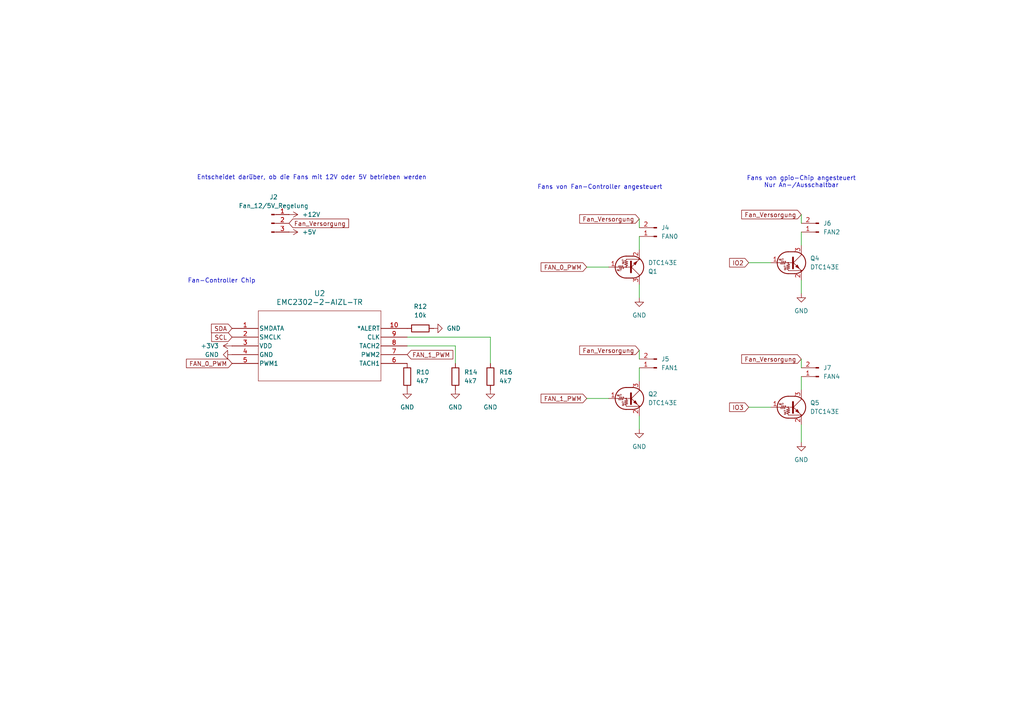
<source format=kicad_sch>
(kicad_sch (version 20231120) (generator "eeschema") (generator_version "8.0")
  (paper "A4")
  (lib_symbols
    (symbol "Connector:Conn_01x02_Male" (pin_names (offset 1.016) hide)
      (property "Reference" "J" (at 0 2.54 0))
      (property "Value" "Conn_01x02_Male" (at 0 -5.08 0))
      (symbol "Conn_01x02_Male_1_1"
        (polyline (pts (xy 1.27 -2.54) (xy 0.8636 -2.54)) (stroke (width 0.1524)))
        (polyline (pts (xy 1.27 0) (xy 0.8636 0)) (stroke (width 0.1524)))
        (rectangle (start 0.8636 -2.413) (end 0 -2.667) (stroke (width 0.1524)) (fill (type outline)))
        (rectangle (start 0.8636 0.127) (end 0 -0.127) (stroke (width 0.1524)) (fill (type outline)))
        (pin passive line (at 5.08 0 180) (length 3.81) (name "Pin_1") (number "1"))
        (pin passive line (at 5.08 -2.54 180) (length 3.81) (name "Pin_2") (number "2"))
      )
    )
    (symbol "Connector:Conn_01x03_Pin" (pin_names (offset 1.016) hide)
      (property "Reference" "J" (at 0 5.08 0))
      (property "Value" "Conn_01x03_Pin" (at 0 -5.08 0))
      (symbol "Conn_01x03_Pin_1_1"
        (polyline (pts (xy 1.27 -2.54) (xy 0.8636 -2.54)) (stroke (width 0.1524)))
        (polyline (pts (xy 1.27 0) (xy 0.8636 0)) (stroke (width 0.1524)))
        (polyline (pts (xy 1.27 2.54) (xy 0.8636 2.54)) (stroke (width 0.1524)))
        (rectangle (start 0.8636 -2.413) (end 0 -2.667) (stroke (width 0.1524)) (fill (type outline)))
        (rectangle (start 0.8636 0.127) (end 0 -0.127) (stroke (width 0.1524)) (fill (type outline)))
        (rectangle (start 0.8636 2.667) (end 0 2.413) (stroke (width 0.1524)) (fill (type outline)))
        (pin passive line (at 5.08 2.54 180) (length 3.81) (name "Pin_1") (number "1"))
        (pin passive line (at 5.08 0 180) (length 3.81) (name "Pin_2") (number "2"))
        (pin passive line (at 5.08 -2.54 180) (length 3.81) (name "Pin_3") (number "3"))
      )
    )
    (symbol "Device:R" (pin_numbers hide) (pin_names (offset 0))
      (property "Reference" "R" (at 2.032 0 90))
      (property "Value" "R" (at 0 0 90))
      (symbol "R_0_1"
        (rectangle (start -1.016 -2.54) (end 1.016 2.54) (stroke (width 0.254)))
      )
      (symbol "R_1_1"
        (pin passive line (at 0 3.81 270) (length 1.27) (name "~") (number "1"))
        (pin passive line (at 0 -3.81 90) (length 1.27) (name "~") (number "2"))
      )
    )
    (symbol "EMC2302-2-AIZL-TR:EMC2302-2-AIZL-TR" (pin_names (offset 0.254))
      (property "Reference" "U" (at 25.4 10.16 0))
      (property "Value" "EMC2302-2-AIZL-TR" (at 25.4 7.62 0))
      (symbol "EMC2302-2-AIZL-TR_0_1"
        (polyline (pts (xy 7.62 -15.24) (xy 43.18 -15.24)) (stroke (width 0.127)))
        (polyline (pts (xy 7.62 5.08) (xy 7.62 -15.24)) (stroke (width 0.127)))
        (polyline (pts (xy 43.18 -15.24) (xy 43.18 5.08)) (stroke (width 0.127)))
        (polyline (pts (xy 43.18 5.08) (xy 7.62 5.08)) (stroke (width 0.127)))
        (pin bidirectional line (at 0 0 0) (length 7.62) (name "SMDATA") (number "1"))
        (pin output line (at 50.8 0 180) (length 7.62) (name "*ALERT") (number "10"))
        (pin input line (at 0 -2.54 0) (length 7.62) (name "SMCLK") (number "2"))
        (pin power_in line (at 0 -5.08 0) (length 7.62) (name "VDD") (number "3"))
        (pin power_in line (at 0 -7.62 0) (length 7.62) (name "GND") (number "4"))
        (pin output line (at 0 -10.16 0) (length 7.62) (name "PWM1") (number "5"))
        (pin input line (at 50.8 -10.16 180) (length 7.62) (name "TACH1") (number "6"))
        (pin output line (at 50.8 -7.62 180) (length 7.62) (name "PWM2") (number "7"))
        (pin input line (at 50.8 -5.08 180) (length 7.62) (name "TACH2") (number "8"))
        (pin bidirectional line (at 50.8 -2.54 180) (length 7.62) (name "CLK") (number "9"))
      )
    )
    (symbol "Transistor_BJT:DTC143E" (pin_names (offset 0) hide)
      (property "Reference" "Q" (at 5.08 1.905 0))
      (property "Value" "DTC143E" (at 5.08 0 0))
      (symbol "DTC143E_0_0"
        (text "4k7" (at -3.302 0.889 0) (effects (font (size 0.508 0.508))))
        (text "4k7" (at -2.159 -1.524 900) (effects (font (size 0.508 0.508))))
      )
      (symbol "DTC143E_0_1"
        (circle (center -1.27 0) (radius 0.127))
        (arc (start -1.27 3.175) (mid -4.4312 0) (end -1.27 -3.175) (stroke (width 0.254)))
        (polyline (pts (xy -3.429 0) (xy -3.81 0)))
        (polyline (pts (xy -1.27 -3.175) (xy 0.635 -3.175)) (stroke (width 0.254)))
        (polyline (pts (xy -1.27 3.175) (xy 0.635 3.175)) (stroke (width 0.254)))
        (polyline (pts (xy 0 -0.254) (xy 2.54 2.286)))
        (polyline (pts (xy 0.127 1.524) (xy 0.127 -1.651)) (stroke (width 0.508)) (fill (type outline)))
        (polyline (pts (xy 2.54 2.286) (xy 2.54 2.54)))
        (polyline (pts (xy 2.54 -2.286) (xy 0 0.254) (xy 0 0.254)))
        (polyline (pts (xy 0.889 -1.143) (xy 1.397 -0.635) (xy 1.905 -1.651) (xy 0.889 -1.143)) (fill (type outline)))
        (polyline (pts (xy 0 0) (xy -1.905 0) (xy -2.032 0.508) (xy -2.286 -0.508) (xy -2.54 0.508) (xy -2.794 -0.508) (xy -3.048 0.508) (xy -3.302 -0.508) (xy -3.429 0)))
        (polyline (pts (xy -1.27 0) (xy -1.27 -0.381) (xy -0.762 -0.508) (xy -1.778 -0.762) (xy -0.762 -1.016) (xy -1.778 -1.27) (xy -0.762 -1.524) (xy -1.778 -1.778) (xy -1.27 -1.905) (xy -1.27 -2.286) (xy 2.54 -2.286)))
        (arc (start 0.635 -3.175) (mid 3.7962 0) (end 0.635 3.175) (stroke (width 0.254)))
        (circle (center 2.54 -2.286) (radius 0.127))
      )
      (symbol "DTC143E_1_1"
        (pin input line (at -6.35 0 0) (length 2.54) (name "B") (number "1"))
        (pin passive line (at 2.54 -5.08 90) (length 2.54) (name "E") (number "2"))
        (pin passive line (at 2.54 5.08 270) (length 2.54) (name "C") (number "3"))
      )
    )
    (symbol "power:+12V" (power) (pin_numbers hide) (pin_names (offset 0) hide)
      (property "Value" "+12V" (at 0 3.556 0))
      (symbol "+12V_0_1"
        (polyline (pts (xy -0.762 1.27) (xy 0 2.54)))
        (polyline (pts (xy 0 0) (xy 0 2.54)))
        (polyline (pts (xy 0 2.54) (xy 0.762 1.27)))
      )
      (symbol "+12V_1_1"
        (pin power_in line (at 0 0 90) (length 0) (name "~") (number "1"))
      )
    )
    (symbol "power:+3V3" (power) (pin_numbers hide) (pin_names (offset 0) hide)
      (property "Value" "+3V3" (at 0 3.556 0))
      (symbol "+3V3_0_1"
        (polyline (pts (xy -0.762 1.27) (xy 0 2.54)))
        (polyline (pts (xy 0 0) (xy 0 2.54)))
        (polyline (pts (xy 0 2.54) (xy 0.762 1.27)))
      )
      (symbol "+3V3_1_1"
        (pin power_in line (at 0 0 90) (length 0) (name "~") (number "1"))
      )
    )
    (symbol "power:+5V" (power) (pin_numbers hide) (pin_names (offset 0) hide)
      (property "Value" "+5V" (at 0 3.556 0))
      (symbol "+5V_0_1"
        (polyline (pts (xy -0.762 1.27) (xy 0 2.54)))
        (polyline (pts (xy 0 0) (xy 0 2.54)))
        (polyline (pts (xy 0 2.54) (xy 0.762 1.27)))
      )
      (symbol "+5V_1_1"
        (pin power_in line (at 0 0 90) (length 0) (name "~") (number "1"))
      )
    )
    (symbol "power:GND" (power) (pin_numbers hide) (pin_names (offset 0) hide)
      (property "Value" "GND" (at 0 -3.81 0))
      (symbol "GND_0_1"
        (polyline (pts (xy 0 0) (xy 0 -1.27) (xy 1.27 -1.27) (xy 0 -2.54) (xy -1.27 -1.27) (xy 0 -1.27)))
      )
      (symbol "GND_1_1"
        (pin power_in line (at 0 0 270) (length 0) (name "~") (number "1"))
      )
    )
  )
  (wire (pts (xy 142.24 97.79) (xy 118.11 97.79)))
  (wire (pts (xy 232.41 123.19) (xy 232.41 128.27)))
  (wire (pts (xy 142.24 105.41) (xy 142.24 97.79)))
  (wire (pts (xy 185.42 120.65) (xy 185.42 124.46)))
  (wire (pts (xy 232.41 67.31) (xy 232.41 71.12)))
  (wire (pts (xy 170.18 77.47) (xy 176.53 77.47)))
  (wire (pts (xy 185.42 63.5) (xy 185.42 66.04)))
  (wire (pts (xy 132.08 105.41) (xy 132.08 100.33)))
  (wire (pts (xy 185.42 68.58) (xy 185.42 72.39)))
  (wire (pts (xy 170.18 115.57) (xy 176.53 115.57)))
  (wire (pts (xy 232.41 109.22) (xy 232.41 113.03)))
  (wire (pts (xy 232.41 81.28) (xy 232.41 85.09)))
  (wire (pts (xy 185.42 106.68) (xy 185.42 110.49)))
  (wire (pts (xy 232.41 104.14) (xy 232.41 106.68)))
  (wire (pts (xy 132.08 100.33) (xy 118.11 100.33)))
  (wire (pts (xy 185.42 82.55) (xy 185.42 86.36)))
  (wire (pts (xy 217.17 118.11) (xy 223.52 118.11)))
  (wire (pts (xy 232.41 62.23) (xy 232.41 64.77)))
  (wire (pts (xy 185.42 101.6) (xy 185.42 104.14)))
  (wire (pts (xy 217.17 76.2) (xy 223.52 76.2)))
  (text "Fans von gpio-Chip angesteuert\nNur An-/Ausschaltbar\n" (at 232.41 52.832 0) (effects (font (size 1.27 1.27))))
  (text "Entscheidet darüber, ob die Fans mit 12V oder 5V betrieben werden\n" (at 90.424 51.562 0) (effects (font (size 1.27 1.27))))
  (text "Fans von Fan-Controller angesteuert" (at 173.99 54.356 0) (effects (font (size 1.27 1.27))))
  (text "Fan-Controller Chip " (at 64.77 81.534 0) (effects (font (size 1.27 1.27))))
  (global_label "IO3" (shape input) (at 217.17 118.11 180) (property "Intersheetrefs" "${INTERSHEET_REFS}" (effects (hide yes))))
  (global_label "FAN_1_PWM" (shape input) (at 170.18 115.57 180) (property "Intersheetrefs" "${INTERSHEET_REFS}" (effects (hide yes))))
  (global_label "FAN_0_PWM" (shape input) (at 170.18 77.47 180) (property "Intersheetrefs" "${INTERSHEET_REFS}" (effects (hide yes))))
  (global_label "Fan_Versorgung" (shape input) (at 185.42 63.5 180) (property "Intersheetrefs" "${INTERSHEET_REFS}" (effects (hide yes))))
  (global_label "Fan_Versorgung" (shape input) (at 232.41 104.14 180) (property "Intersheetrefs" "${INTERSHEET_REFS}" (effects (hide yes))))
  (global_label "SDA" (shape input) (at 67.31 95.25 180) (property "Intersheetrefs" "${INTERSHEET_REFS}" (effects (hide yes))))
  (global_label "FAN_0_PWM" (shape input) (at 67.31 105.41 180) (property "Intersheetrefs" "${INTERSHEET_REFS}" (effects (hide yes))))
  (global_label "Fan_Versorgung" (shape input) (at 185.42 101.6 180) (property "Intersheetrefs" "${INTERSHEET_REFS}" (effects (hide yes))))
  (global_label "FAN_1_PWM" (shape input) (at 118.11 102.87 0) (property "Intersheetrefs" "${INTERSHEET_REFS}" (effects (hide yes))))
  (global_label "Fan_Versorgung" (shape input) (at 83.82 64.77 0) (property "Intersheetrefs" "${INTERSHEET_REFS}" (effects (hide yes))))
  (global_label "IO2" (shape input) (at 217.17 76.2 180) (property "Intersheetrefs" "${INTERSHEET_REFS}" (effects (hide yes))))
  (global_label "Fan_Versorgung" (shape input) (at 232.41 62.23 180) (property "Intersheetrefs" "${INTERSHEET_REFS}" (effects (hide yes))))
  (global_label "SCL" (shape input) (at 67.31 97.79 180) (property "Intersheetrefs" "${INTERSHEET_REFS}" (effects (hide yes))))
  (symbol (lib_id "power:+5V") (at 83.82 67.31 270) (unit 1)
    (property "Reference" "#PWR024" (effects (hide yes)))
    (property "Value" "+5V" (at 87.63 67.3099 90) (effects (justify left)))
    (property "Description" "Power symbol creates a global label with name \"+5V\"" (effects (hide yes)))
  )
  (symbol (lib_id "power:GND") (at 185.42 86.36 0) (unit 1)
    (property "Reference" "#PWR031" (effects (hide yes)))
    (property "Value" "GND" (at 185.42 91.44 0))
    (property "Description" "Power symbol creates a global label with name \"GND\" , ground" (effects (hide yes)))
  )
  (symbol (lib_id "power:GND") (at 232.41 85.09 0) (unit 1)
    (property "Reference" "#PWR022" (effects (hide yes)))
    (property "Value" "GND" (at 232.41 90.17 0))
    (property "Description" "Power symbol creates a global label with name \"GND\" , ground" (effects (hide yes)))
  )
  (symbol (lib_id "Connector:Conn_01x02_Male") (at 190.5 68.58 180) (unit 1)
    (property "Reference" "J4" (at 191.77 66.0399 0) (effects (justify right)))
    (property "Value" "FAN0" (at 191.77 68.5799 0) (effects (justify right)))
    (property "Footprint" "Connector_PinHeader_2.54mm:PinHeader_1x02_P2.54mm_Horizontal" (effects (hide yes)))
    (property "Description" "Generic connector, single row, 01x02, script generated (kicad-library-utils/schlib/autogen/connector/)" (effects (hide yes)))
  )
  (symbol (lib_id "Device:R") (at 118.11 109.22 0) (unit 1)
    (property "Reference" "R10" (at 120.65 107.9499 0) (effects (justify left)))
    (property "Value" "4k7" (at 120.65 110.4899 0) (effects (justify left)))
    (property "Footprint" "Resistor_SMD:R_0402_1005Metric" (effects (hide yes)))
    (property "Description" "Resistor" (effects (hide yes)))
  )
  (symbol (lib_id "power:GND") (at 185.42 124.46 0) (unit 1)
    (property "Reference" "#PWR034" (effects (hide yes)))
    (property "Value" "GND" (at 185.42 129.54 0))
    (property "Description" "Power symbol creates a global label with name \"GND\" , ground" (effects (hide yes)))
  )
  (symbol (lib_id "power:GND") (at 142.24 113.03 0) (unit 1)
    (property "Reference" "#PWR029" (effects (hide yes)))
    (property "Value" "GND" (at 142.24 118.11 0))
    (property "Description" "Power symbol creates a global label with name \"GND\" , ground" (effects (hide yes)))
  )
  (symbol (lib_id "Device:R") (at 142.24 109.22 0) (unit 1)
    (property "Reference" "R16" (at 144.78 107.9499 0) (effects (justify left)))
    (property "Value" "4k7" (at 144.78 110.4899 0) (effects (justify left)))
    (property "Footprint" "Resistor_SMD:R_0402_1005Metric" (effects (hide yes)))
    (property "Description" "Resistor" (effects (hide yes)))
  )
  (symbol (lib_id "power:GND") (at 125.73 95.25 90) (unit 1)
    (property "Reference" "#PWR025" (effects (hide yes)))
    (property "Value" "GND" (at 129.54 95.2499 90) (effects (justify right)))
    (property "Description" "Power symbol creates a global label with name \"GND\" , ground" (effects (hide yes)))
  )
  (symbol (lib_id "Device:R") (at 121.92 95.25 90) (unit 1)
    (property "Reference" "R12" (at 121.92 88.9 90))
    (property "Value" "10k" (at 121.92 91.44 90))
    (property "Footprint" "Resistor_SMD:R_0402_1005Metric" (effects (hide yes)))
    (property "Description" "Resistor" (effects (hide yes)))
  )
  (symbol (lib_id "power:+3V3") (at 67.31 100.33 90) (unit 1)
    (property "Reference" "#PWR019" (effects (hide yes)))
    (property "Value" "+3V3" (at 63.5 100.3299 90) (effects (justify left)))
    (property "Description" "Power symbol creates a global label with name \"+3V3\"" (effects (hide yes)))
  )
  (symbol (lib_id "Connector:Conn_01x03_Pin") (at 78.74 64.77 0) (unit 1)
    (property "Reference" "J2" (at 79.375 57.15 0))
    (property "Value" "Fan_12/5V_Regelung" (at 79.375 59.69 0))
    (property "Footprint" "Connector_PinHeader_2.54mm:PinHeader_1x03_P2.54mm_Horizontal" (effects (hide yes)))
    (property "Description" "Generic connector, single row, 01x03, script generated" (effects (hide yes)))
  )
  (symbol (lib_id "power:GND") (at 118.11 113.03 0) (unit 1)
    (property "Reference" "#PWR023" (effects (hide yes)))
    (property "Value" "GND" (at 118.11 118.11 0))
    (property "Description" "Power symbol creates a global label with name \"GND\" , ground" (effects (hide yes)))
  )
  (symbol (lib_id "Device:R") (at 132.08 109.22 0) (unit 1)
    (property "Reference" "R14" (at 134.62 107.9499 0) (effects (justify left)))
    (property "Value" "4k7" (at 134.62 110.4899 0) (effects (justify left)))
    (property "Footprint" "Resistor_SMD:R_0402_1005Metric" (effects (hide yes)))
    (property "Description" "Resistor" (effects (hide yes)))
  )
  (symbol (lib_id "EMC2302-2-AIZL-TR:EMC2302-2-AIZL-TR") (at 67.31 95.25 0) (unit 1)
    (property "Reference" "U2" (at 92.71 85.09 0) (effects (font (size 1.524 1.524))))
    (property "Value" "EMC2302-2-AIZL-TR" (at 92.71 87.63 0) (effects (font (size 1.524 1.524))))
    (property "Footprint" "CustomFotLibByJan:MSOP10_MC_MCH" (effects (hide yes)))
    (property "Datasheet" "EMC2302-2-AIZL-TR" (effects (hide yes)))
  )
  (symbol (lib_id "Connector:Conn_01x02_Male") (at 237.49 67.31 180) (unit 1)
    (property "Reference" "J6" (at 238.76 64.7699 0) (effects (justify right)))
    (property "Value" "FAN2" (at 238.76 67.3099 0) (effects (justify right)))
    (property "Footprint" "Connector_PinHeader_2.54mm:PinHeader_1x02_P2.54mm_Horizontal" (effects (hide yes)))
    (property "Description" "Generic connector, single row, 01x02, script generated (kicad-library-utils/schlib/autogen/connector/)" (effects (hide yes)))
  )
  (symbol (lib_id "Transistor_BJT:DTC143E") (at 182.88 115.57 0) (unit 1)
    (property "Reference" "Q2" (at 187.96 114.2999 0) (effects (justify left)))
    (property "Value" "DTC143E" (at 187.96 116.8399 0) (effects (justify left)))
    (property "Footprint" "Package_TO_SOT_SMD:SOT-723" (effects (hide yes)))
    (property "Description" "Digital NPN Transistor, 4k7/4k7, SOT-23" (effects (hide yes)))
  )
  (symbol (lib_id "power:GND") (at 132.08 113.03 0) (unit 1)
    (property "Reference" "#PWR027" (effects (hide yes)))
    (property "Value" "GND" (at 132.08 118.11 0))
    (property "Description" "Power symbol creates a global label with name \"GND\" , ground" (effects (hide yes)))
  )
  (symbol (lib_id "power:GND") (at 232.41 128.27 0) (unit 1)
    (property "Reference" "#PWR026" (effects (hide yes)))
    (property "Value" "GND" (at 232.41 133.35 0))
    (property "Description" "Power symbol creates a global label with name \"GND\" , ground" (effects (hide yes)))
  )
  (symbol (lib_id "Connector:Conn_01x02_Male") (at 237.49 109.22 180) (unit 1)
    (property "Reference" "J7" (at 238.76 106.6799 0) (effects (justify right)))
    (property "Value" "FAN4" (at 238.76 109.2199 0) (effects (justify right)))
    (property "Footprint" "Connector_PinHeader_2.54mm:PinHeader_1x02_P2.54mm_Horizontal" (effects (hide yes)))
    (property "Description" "Generic connector, single row, 01x02, script generated (kicad-library-utils/schlib/autogen/connector/)" (effects (hide yes)))
  )
  (symbol (lib_id "Transistor_BJT:DTC143E") (at 229.87 76.2 0) (unit 1)
    (property "Reference" "Q4" (at 234.95 74.9299 0) (effects (justify left)))
    (property "Value" "DTC143E" (at 234.95 77.4699 0) (effects (justify left)))
    (property "Footprint" "Package_TO_SOT_SMD:SOT-723" (effects (hide yes)))
    (property "Description" "Digital NPN Transistor, 4k7/4k7, SOT-23" (effects (hide yes)))
  )
  (symbol (lib_id "Connector:Conn_01x02_Male") (at 190.5 106.68 180) (unit 1)
    (property "Reference" "J5" (at 191.77 104.1399 0) (effects (justify right)))
    (property "Value" "FAN1" (at 191.77 106.6799 0) (effects (justify right)))
    (property "Footprint" "Connector_PinHeader_2.54mm:PinHeader_1x02_P2.54mm_Horizontal" (effects (hide yes)))
    (property "Description" "Generic connector, single row, 01x02, script generated (kicad-library-utils/schlib/autogen/connector/)" (effects (hide yes)))
  )
  (symbol (lib_id "power:+12V") (at 83.82 62.23 270) (unit 1)
    (property "Reference" "#PWR021" (effects (hide yes)))
    (property "Value" "+12V" (at 87.63 62.2299 90) (effects (justify left)))
    (property "Description" "Power symbol creates a global label with name \"+12V\"" (effects (hide yes)))
  )
  (symbol (lib_id "power:GND") (at 67.31 102.87 270) (unit 1)
    (property "Reference" "#PWR020" (effects (hide yes)))
    (property "Value" "GND" (at 63.5 102.8699 90) (effects (justify right)))
    (property "Description" "Power symbol creates a global label with name \"GND\" , ground" (effects (hide yes)))
  )
  (symbol (lib_id "Transistor_BJT:DTC143E") (at 182.88 77.47 0) (mirror x) (unit 1)
    (property "Reference" "Q1" (at 187.96 78.7401 0) (effects (justify left)))
    (property "Value" "DTC143E" (at 187.96 76.2001 0) (effects (justify left)))
    (property "Footprint" "Package_TO_SOT_SMD:SOT-723" (effects (hide yes)))
    (property "Description" "Digital NPN Transistor, 4k7/4k7, SOT-23" (effects (hide yes)))
  )
  (symbol (lib_id "Transistor_BJT:DTC143E") (at 229.87 118.11 0) (unit 1)
    (property "Reference" "Q5" (at 234.95 116.8399 0) (effects (justify left)))
    (property "Value" "DTC143E" (at 234.95 119.3799 0) (effects (justify left)))
    (property "Footprint" "Package_TO_SOT_SMD:SOT-723" (effects (hide yes)))
    (property "Description" "Digital NPN Transistor, 4k7/4k7, SOT-23" (effects (hide yes)))
  )
)
</source>
